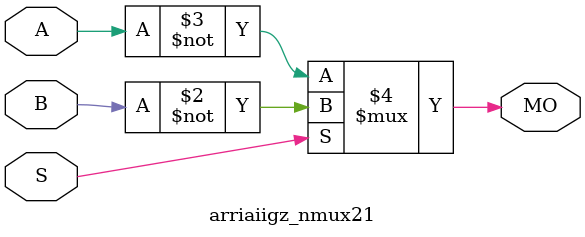
<source format=v>
module arriaiigz_nmux21 (MO, A, B, S);
   input A, B, S; 
   output MO; 
   assign MO = (S == 1) ? ~B : ~A; 
endmodule
</source>
